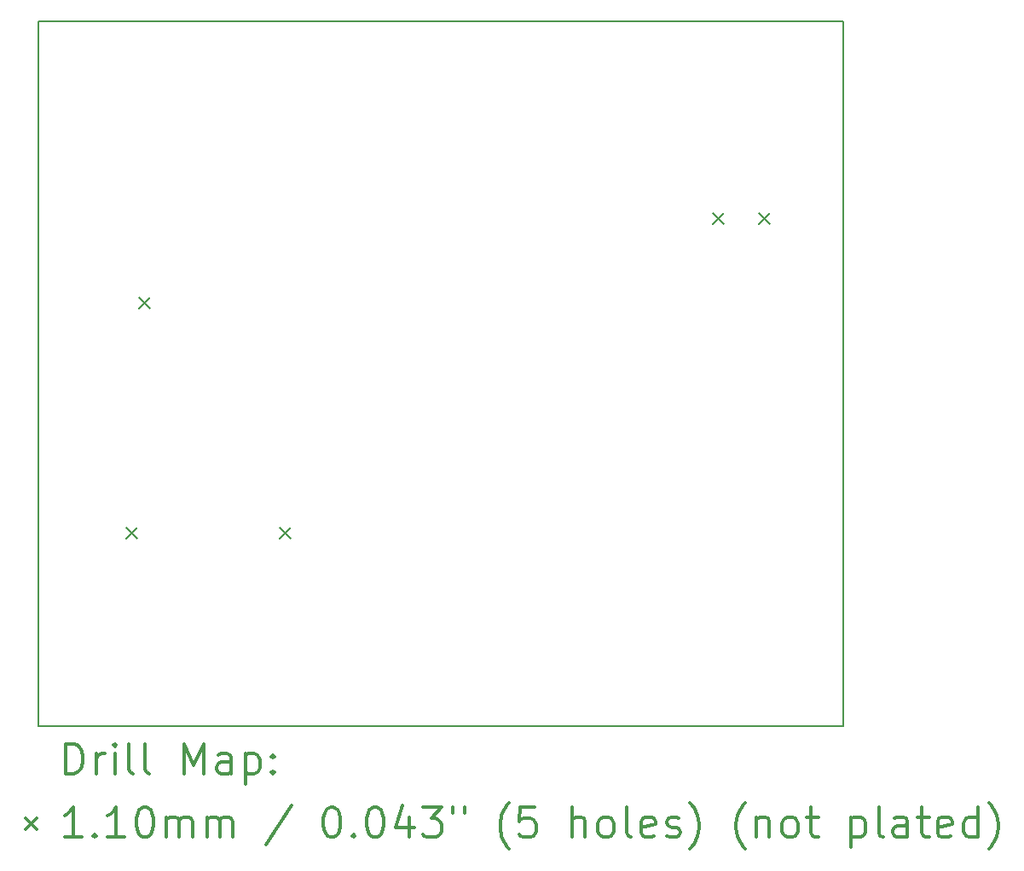
<source format=gbr>
%FSLAX45Y45*%
G04 Gerber Fmt 4.5, Leading zero omitted, Abs format (unit mm)*
G04 Created by KiCad (PCBNEW 5.0.2-bee76a0~70~ubuntu14.04.1) date Fr 08 Okt 2021 16:36:25 CEST*
%MOMM*%
%LPD*%
G01*
G04 APERTURE LIST*
%ADD10C,0.200000*%
%ADD11C,0.300000*%
G04 APERTURE END LIST*
D10*
X20319000Y-15890000D02*
X20319000Y-8890000D01*
X12319000Y-15890000D02*
X20319000Y-15890000D01*
X20319000Y-8890000D02*
X12319000Y-8890000D01*
X12319000Y-15890000D02*
X12319000Y-8890000D01*
D10*
X19019000Y-10795000D02*
X19129000Y-10905000D01*
X19129000Y-10795000D02*
X19019000Y-10905000D01*
X19479000Y-10795000D02*
X19589000Y-10905000D01*
X19589000Y-10795000D02*
X19479000Y-10905000D01*
X13318000Y-11629000D02*
X13428000Y-11739000D01*
X13428000Y-11629000D02*
X13318000Y-11739000D01*
X14715000Y-13915000D02*
X14825000Y-14025000D01*
X14825000Y-13915000D02*
X14715000Y-14025000D01*
X13191000Y-13915000D02*
X13301000Y-14025000D01*
X13301000Y-13915000D02*
X13191000Y-14025000D01*
D11*
X12595428Y-16365714D02*
X12595428Y-16065714D01*
X12666857Y-16065714D01*
X12709714Y-16080000D01*
X12738286Y-16108571D01*
X12752571Y-16137143D01*
X12766857Y-16194286D01*
X12766857Y-16237143D01*
X12752571Y-16294286D01*
X12738286Y-16322857D01*
X12709714Y-16351429D01*
X12666857Y-16365714D01*
X12595428Y-16365714D01*
X12895428Y-16365714D02*
X12895428Y-16165714D01*
X12895428Y-16222857D02*
X12909714Y-16194286D01*
X12924000Y-16180000D01*
X12952571Y-16165714D01*
X12981143Y-16165714D01*
X13081143Y-16365714D02*
X13081143Y-16165714D01*
X13081143Y-16065714D02*
X13066857Y-16080000D01*
X13081143Y-16094286D01*
X13095428Y-16080000D01*
X13081143Y-16065714D01*
X13081143Y-16094286D01*
X13266857Y-16365714D02*
X13238286Y-16351429D01*
X13224000Y-16322857D01*
X13224000Y-16065714D01*
X13424000Y-16365714D02*
X13395428Y-16351429D01*
X13381143Y-16322857D01*
X13381143Y-16065714D01*
X13766857Y-16365714D02*
X13766857Y-16065714D01*
X13866857Y-16280000D01*
X13966857Y-16065714D01*
X13966857Y-16365714D01*
X14238286Y-16365714D02*
X14238286Y-16208571D01*
X14224000Y-16180000D01*
X14195428Y-16165714D01*
X14138286Y-16165714D01*
X14109714Y-16180000D01*
X14238286Y-16351429D02*
X14209714Y-16365714D01*
X14138286Y-16365714D01*
X14109714Y-16351429D01*
X14095428Y-16322857D01*
X14095428Y-16294286D01*
X14109714Y-16265714D01*
X14138286Y-16251429D01*
X14209714Y-16251429D01*
X14238286Y-16237143D01*
X14381143Y-16165714D02*
X14381143Y-16465714D01*
X14381143Y-16180000D02*
X14409714Y-16165714D01*
X14466857Y-16165714D01*
X14495428Y-16180000D01*
X14509714Y-16194286D01*
X14524000Y-16222857D01*
X14524000Y-16308571D01*
X14509714Y-16337143D01*
X14495428Y-16351429D01*
X14466857Y-16365714D01*
X14409714Y-16365714D01*
X14381143Y-16351429D01*
X14652571Y-16337143D02*
X14666857Y-16351429D01*
X14652571Y-16365714D01*
X14638286Y-16351429D01*
X14652571Y-16337143D01*
X14652571Y-16365714D01*
X14652571Y-16180000D02*
X14666857Y-16194286D01*
X14652571Y-16208571D01*
X14638286Y-16194286D01*
X14652571Y-16180000D01*
X14652571Y-16208571D01*
X12199000Y-16805000D02*
X12309000Y-16915000D01*
X12309000Y-16805000D02*
X12199000Y-16915000D01*
X12752571Y-16995714D02*
X12581143Y-16995714D01*
X12666857Y-16995714D02*
X12666857Y-16695714D01*
X12638286Y-16738571D01*
X12609714Y-16767143D01*
X12581143Y-16781429D01*
X12881143Y-16967143D02*
X12895428Y-16981429D01*
X12881143Y-16995714D01*
X12866857Y-16981429D01*
X12881143Y-16967143D01*
X12881143Y-16995714D01*
X13181143Y-16995714D02*
X13009714Y-16995714D01*
X13095428Y-16995714D02*
X13095428Y-16695714D01*
X13066857Y-16738571D01*
X13038286Y-16767143D01*
X13009714Y-16781429D01*
X13366857Y-16695714D02*
X13395428Y-16695714D01*
X13424000Y-16710000D01*
X13438286Y-16724286D01*
X13452571Y-16752857D01*
X13466857Y-16810000D01*
X13466857Y-16881429D01*
X13452571Y-16938572D01*
X13438286Y-16967143D01*
X13424000Y-16981429D01*
X13395428Y-16995714D01*
X13366857Y-16995714D01*
X13338286Y-16981429D01*
X13324000Y-16967143D01*
X13309714Y-16938572D01*
X13295428Y-16881429D01*
X13295428Y-16810000D01*
X13309714Y-16752857D01*
X13324000Y-16724286D01*
X13338286Y-16710000D01*
X13366857Y-16695714D01*
X13595428Y-16995714D02*
X13595428Y-16795714D01*
X13595428Y-16824286D02*
X13609714Y-16810000D01*
X13638286Y-16795714D01*
X13681143Y-16795714D01*
X13709714Y-16810000D01*
X13724000Y-16838572D01*
X13724000Y-16995714D01*
X13724000Y-16838572D02*
X13738286Y-16810000D01*
X13766857Y-16795714D01*
X13809714Y-16795714D01*
X13838286Y-16810000D01*
X13852571Y-16838572D01*
X13852571Y-16995714D01*
X13995428Y-16995714D02*
X13995428Y-16795714D01*
X13995428Y-16824286D02*
X14009714Y-16810000D01*
X14038286Y-16795714D01*
X14081143Y-16795714D01*
X14109714Y-16810000D01*
X14124000Y-16838572D01*
X14124000Y-16995714D01*
X14124000Y-16838572D02*
X14138286Y-16810000D01*
X14166857Y-16795714D01*
X14209714Y-16795714D01*
X14238286Y-16810000D01*
X14252571Y-16838572D01*
X14252571Y-16995714D01*
X14838286Y-16681429D02*
X14581143Y-17067143D01*
X15224000Y-16695714D02*
X15252571Y-16695714D01*
X15281143Y-16710000D01*
X15295428Y-16724286D01*
X15309714Y-16752857D01*
X15324000Y-16810000D01*
X15324000Y-16881429D01*
X15309714Y-16938572D01*
X15295428Y-16967143D01*
X15281143Y-16981429D01*
X15252571Y-16995714D01*
X15224000Y-16995714D01*
X15195428Y-16981429D01*
X15181143Y-16967143D01*
X15166857Y-16938572D01*
X15152571Y-16881429D01*
X15152571Y-16810000D01*
X15166857Y-16752857D01*
X15181143Y-16724286D01*
X15195428Y-16710000D01*
X15224000Y-16695714D01*
X15452571Y-16967143D02*
X15466857Y-16981429D01*
X15452571Y-16995714D01*
X15438286Y-16981429D01*
X15452571Y-16967143D01*
X15452571Y-16995714D01*
X15652571Y-16695714D02*
X15681143Y-16695714D01*
X15709714Y-16710000D01*
X15724000Y-16724286D01*
X15738286Y-16752857D01*
X15752571Y-16810000D01*
X15752571Y-16881429D01*
X15738286Y-16938572D01*
X15724000Y-16967143D01*
X15709714Y-16981429D01*
X15681143Y-16995714D01*
X15652571Y-16995714D01*
X15624000Y-16981429D01*
X15609714Y-16967143D01*
X15595428Y-16938572D01*
X15581143Y-16881429D01*
X15581143Y-16810000D01*
X15595428Y-16752857D01*
X15609714Y-16724286D01*
X15624000Y-16710000D01*
X15652571Y-16695714D01*
X16009714Y-16795714D02*
X16009714Y-16995714D01*
X15938286Y-16681429D02*
X15866857Y-16895714D01*
X16052571Y-16895714D01*
X16138286Y-16695714D02*
X16324000Y-16695714D01*
X16224000Y-16810000D01*
X16266857Y-16810000D01*
X16295428Y-16824286D01*
X16309714Y-16838572D01*
X16324000Y-16867143D01*
X16324000Y-16938572D01*
X16309714Y-16967143D01*
X16295428Y-16981429D01*
X16266857Y-16995714D01*
X16181143Y-16995714D01*
X16152571Y-16981429D01*
X16138286Y-16967143D01*
X16438286Y-16695714D02*
X16438286Y-16752857D01*
X16552571Y-16695714D02*
X16552571Y-16752857D01*
X16995428Y-17110000D02*
X16981143Y-17095714D01*
X16952571Y-17052857D01*
X16938286Y-17024286D01*
X16924000Y-16981429D01*
X16909714Y-16910000D01*
X16909714Y-16852857D01*
X16924000Y-16781429D01*
X16938286Y-16738571D01*
X16952571Y-16710000D01*
X16981143Y-16667143D01*
X16995428Y-16652857D01*
X17252571Y-16695714D02*
X17109714Y-16695714D01*
X17095428Y-16838572D01*
X17109714Y-16824286D01*
X17138286Y-16810000D01*
X17209714Y-16810000D01*
X17238286Y-16824286D01*
X17252571Y-16838572D01*
X17266857Y-16867143D01*
X17266857Y-16938572D01*
X17252571Y-16967143D01*
X17238286Y-16981429D01*
X17209714Y-16995714D01*
X17138286Y-16995714D01*
X17109714Y-16981429D01*
X17095428Y-16967143D01*
X17624000Y-16995714D02*
X17624000Y-16695714D01*
X17752571Y-16995714D02*
X17752571Y-16838572D01*
X17738286Y-16810000D01*
X17709714Y-16795714D01*
X17666857Y-16795714D01*
X17638286Y-16810000D01*
X17624000Y-16824286D01*
X17938286Y-16995714D02*
X17909714Y-16981429D01*
X17895428Y-16967143D01*
X17881143Y-16938572D01*
X17881143Y-16852857D01*
X17895428Y-16824286D01*
X17909714Y-16810000D01*
X17938286Y-16795714D01*
X17981143Y-16795714D01*
X18009714Y-16810000D01*
X18024000Y-16824286D01*
X18038286Y-16852857D01*
X18038286Y-16938572D01*
X18024000Y-16967143D01*
X18009714Y-16981429D01*
X17981143Y-16995714D01*
X17938286Y-16995714D01*
X18209714Y-16995714D02*
X18181143Y-16981429D01*
X18166857Y-16952857D01*
X18166857Y-16695714D01*
X18438286Y-16981429D02*
X18409714Y-16995714D01*
X18352571Y-16995714D01*
X18324000Y-16981429D01*
X18309714Y-16952857D01*
X18309714Y-16838572D01*
X18324000Y-16810000D01*
X18352571Y-16795714D01*
X18409714Y-16795714D01*
X18438286Y-16810000D01*
X18452571Y-16838572D01*
X18452571Y-16867143D01*
X18309714Y-16895714D01*
X18566857Y-16981429D02*
X18595428Y-16995714D01*
X18652571Y-16995714D01*
X18681143Y-16981429D01*
X18695428Y-16952857D01*
X18695428Y-16938572D01*
X18681143Y-16910000D01*
X18652571Y-16895714D01*
X18609714Y-16895714D01*
X18581143Y-16881429D01*
X18566857Y-16852857D01*
X18566857Y-16838572D01*
X18581143Y-16810000D01*
X18609714Y-16795714D01*
X18652571Y-16795714D01*
X18681143Y-16810000D01*
X18795428Y-17110000D02*
X18809714Y-17095714D01*
X18838286Y-17052857D01*
X18852571Y-17024286D01*
X18866857Y-16981429D01*
X18881143Y-16910000D01*
X18881143Y-16852857D01*
X18866857Y-16781429D01*
X18852571Y-16738571D01*
X18838286Y-16710000D01*
X18809714Y-16667143D01*
X18795428Y-16652857D01*
X19338286Y-17110000D02*
X19324000Y-17095714D01*
X19295428Y-17052857D01*
X19281143Y-17024286D01*
X19266857Y-16981429D01*
X19252571Y-16910000D01*
X19252571Y-16852857D01*
X19266857Y-16781429D01*
X19281143Y-16738571D01*
X19295428Y-16710000D01*
X19324000Y-16667143D01*
X19338286Y-16652857D01*
X19452571Y-16795714D02*
X19452571Y-16995714D01*
X19452571Y-16824286D02*
X19466857Y-16810000D01*
X19495428Y-16795714D01*
X19538286Y-16795714D01*
X19566857Y-16810000D01*
X19581143Y-16838572D01*
X19581143Y-16995714D01*
X19766857Y-16995714D02*
X19738286Y-16981429D01*
X19724000Y-16967143D01*
X19709714Y-16938572D01*
X19709714Y-16852857D01*
X19724000Y-16824286D01*
X19738286Y-16810000D01*
X19766857Y-16795714D01*
X19809714Y-16795714D01*
X19838286Y-16810000D01*
X19852571Y-16824286D01*
X19866857Y-16852857D01*
X19866857Y-16938572D01*
X19852571Y-16967143D01*
X19838286Y-16981429D01*
X19809714Y-16995714D01*
X19766857Y-16995714D01*
X19952571Y-16795714D02*
X20066857Y-16795714D01*
X19995428Y-16695714D02*
X19995428Y-16952857D01*
X20009714Y-16981429D01*
X20038286Y-16995714D01*
X20066857Y-16995714D01*
X20395428Y-16795714D02*
X20395428Y-17095714D01*
X20395428Y-16810000D02*
X20424000Y-16795714D01*
X20481143Y-16795714D01*
X20509714Y-16810000D01*
X20524000Y-16824286D01*
X20538286Y-16852857D01*
X20538286Y-16938572D01*
X20524000Y-16967143D01*
X20509714Y-16981429D01*
X20481143Y-16995714D01*
X20424000Y-16995714D01*
X20395428Y-16981429D01*
X20709714Y-16995714D02*
X20681143Y-16981429D01*
X20666857Y-16952857D01*
X20666857Y-16695714D01*
X20952571Y-16995714D02*
X20952571Y-16838572D01*
X20938286Y-16810000D01*
X20909714Y-16795714D01*
X20852571Y-16795714D01*
X20824000Y-16810000D01*
X20952571Y-16981429D02*
X20924000Y-16995714D01*
X20852571Y-16995714D01*
X20824000Y-16981429D01*
X20809714Y-16952857D01*
X20809714Y-16924286D01*
X20824000Y-16895714D01*
X20852571Y-16881429D01*
X20924000Y-16881429D01*
X20952571Y-16867143D01*
X21052571Y-16795714D02*
X21166857Y-16795714D01*
X21095428Y-16695714D02*
X21095428Y-16952857D01*
X21109714Y-16981429D01*
X21138286Y-16995714D01*
X21166857Y-16995714D01*
X21381143Y-16981429D02*
X21352571Y-16995714D01*
X21295428Y-16995714D01*
X21266857Y-16981429D01*
X21252571Y-16952857D01*
X21252571Y-16838572D01*
X21266857Y-16810000D01*
X21295428Y-16795714D01*
X21352571Y-16795714D01*
X21381143Y-16810000D01*
X21395428Y-16838572D01*
X21395428Y-16867143D01*
X21252571Y-16895714D01*
X21652571Y-16995714D02*
X21652571Y-16695714D01*
X21652571Y-16981429D02*
X21624000Y-16995714D01*
X21566857Y-16995714D01*
X21538286Y-16981429D01*
X21524000Y-16967143D01*
X21509714Y-16938572D01*
X21509714Y-16852857D01*
X21524000Y-16824286D01*
X21538286Y-16810000D01*
X21566857Y-16795714D01*
X21624000Y-16795714D01*
X21652571Y-16810000D01*
X21766857Y-17110000D02*
X21781143Y-17095714D01*
X21809714Y-17052857D01*
X21824000Y-17024286D01*
X21838286Y-16981429D01*
X21852571Y-16910000D01*
X21852571Y-16852857D01*
X21838286Y-16781429D01*
X21824000Y-16738571D01*
X21809714Y-16710000D01*
X21781143Y-16667143D01*
X21766857Y-16652857D01*
M02*

</source>
